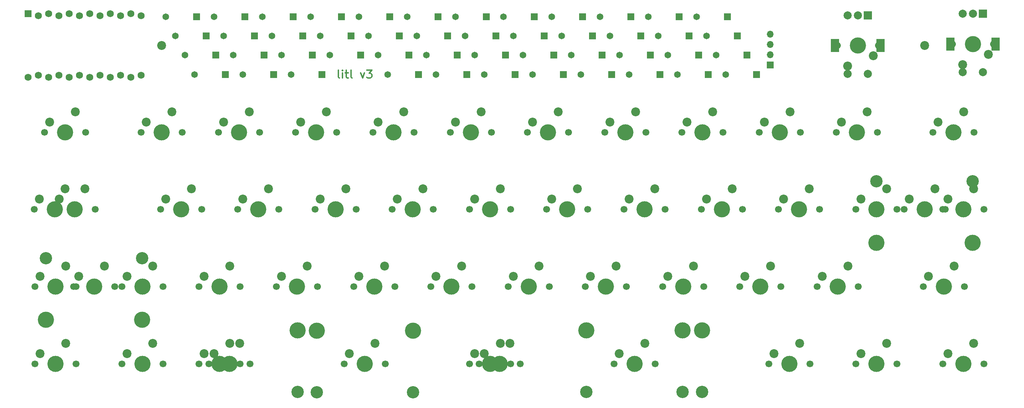
<source format=gts>
%TF.GenerationSoftware,KiCad,Pcbnew,(6.0.0-0)*%
%TF.CreationDate,2023-04-30T11:58:16+02:00*%
%TF.ProjectId,litl,6c69746c-2e6b-4696-9361-645f70636258,rev?*%
%TF.SameCoordinates,Original*%
%TF.FileFunction,Soldermask,Top*%
%TF.FilePolarity,Negative*%
%FSLAX46Y46*%
G04 Gerber Fmt 4.6, Leading zero omitted, Abs format (unit mm)*
G04 Created by KiCad (PCBNEW (6.0.0-0)) date 2023-04-30 11:58:16*
%MOMM*%
%LPD*%
G01*
G04 APERTURE LIST*
%ADD10C,0.300000*%
%ADD11C,2.200000*%
%ADD12C,1.700000*%
%ADD13C,4.000000*%
%ADD14C,1.651000*%
%ADD15R,1.651000X1.651000*%
%ADD16C,3.050000*%
%ADD17R,2.000000X3.200000*%
%ADD18R,2.000000X2.000000*%
%ADD19C,2.000000*%
%ADD20R,1.700000X1.700000*%
%ADD21O,1.700000X1.700000*%
%ADD22R,1.752600X1.752600*%
%ADD23C,1.752600*%
G04 APERTURE END LIST*
D10*
X106015476Y-43879761D02*
X105825000Y-43784523D01*
X105729761Y-43594047D01*
X105729761Y-41879761D01*
X106777380Y-43879761D02*
X106777380Y-42546428D01*
X106777380Y-41879761D02*
X106682142Y-41975000D01*
X106777380Y-42070238D01*
X106872619Y-41975000D01*
X106777380Y-41879761D01*
X106777380Y-42070238D01*
X107444047Y-42546428D02*
X108205952Y-42546428D01*
X107729761Y-41879761D02*
X107729761Y-43594047D01*
X107825000Y-43784523D01*
X108015476Y-43879761D01*
X108205952Y-43879761D01*
X109158333Y-43879761D02*
X108967857Y-43784523D01*
X108872619Y-43594047D01*
X108872619Y-41879761D01*
X111253571Y-42546428D02*
X111729761Y-43879761D01*
X112205952Y-42546428D01*
X112777380Y-41879761D02*
X114015476Y-41879761D01*
X113348809Y-42641666D01*
X113634523Y-42641666D01*
X113825000Y-42736904D01*
X113920238Y-42832142D01*
X114015476Y-43022619D01*
X114015476Y-43498809D01*
X113920238Y-43689285D01*
X113825000Y-43784523D01*
X113634523Y-43879761D01*
X113063095Y-43879761D01*
X112872619Y-43784523D01*
X112777380Y-43689285D01*
D11*
X250687500Y-35812500D03*
X62075000Y-35812500D03*
D12*
X110130000Y-76400000D03*
D13*
X105050000Y-76400000D03*
D12*
X99970000Y-76400000D03*
D11*
X107590000Y-71320000D03*
X101240000Y-73860000D03*
D12*
X100580000Y-95500000D03*
X90420000Y-95500000D03*
D13*
X95500000Y-95500000D03*
D11*
X98040000Y-90420000D03*
X91690000Y-92960000D03*
D14*
X103627500Y-38200000D03*
D15*
X111247500Y-38200000D03*
D12*
X52220000Y-95500000D03*
D13*
X57300000Y-95500000D03*
D12*
X62380000Y-95500000D03*
D11*
X59840000Y-90420000D03*
X53490000Y-92960000D03*
D13*
X57262500Y-103720000D03*
X45362500Y-95480000D03*
X33462500Y-103720000D03*
D12*
X50442500Y-95480000D03*
X40282500Y-95480000D03*
D16*
X33462500Y-88480000D03*
X57262500Y-88480000D03*
D11*
X47902500Y-90400000D03*
X41552500Y-92940000D03*
D14*
X125115000Y-33425000D03*
D15*
X132735000Y-33425000D03*
D14*
X134665000Y-28650000D03*
D15*
X142285000Y-28650000D03*
D12*
X255157500Y-76400000D03*
D13*
X260237500Y-76400000D03*
D12*
X265317500Y-76400000D03*
D11*
X262777500Y-71320000D03*
X256427500Y-73860000D03*
D14*
X67815000Y-38200000D03*
D15*
X75435000Y-38200000D03*
D12*
X185920000Y-95500000D03*
D13*
X191000000Y-95500000D03*
D12*
X196080000Y-95500000D03*
D11*
X193540000Y-90420000D03*
X187190000Y-92960000D03*
D13*
X138475000Y-57300000D03*
D12*
X143555000Y-57300000D03*
X133395000Y-57300000D03*
D11*
X141015000Y-52220000D03*
X134665000Y-54760000D03*
D12*
X212182500Y-114600000D03*
X222342500Y-114600000D03*
D13*
X217262500Y-114600000D03*
D11*
X219802500Y-109520000D03*
X213452500Y-112060000D03*
D14*
X101240000Y-33425000D03*
D15*
X108860000Y-33425000D03*
D14*
X63040000Y-28650000D03*
D15*
X70660000Y-28650000D03*
D12*
X124455000Y-57300000D03*
X114295000Y-57300000D03*
D13*
X119375000Y-57300000D03*
D11*
X121915000Y-52220000D03*
X115565000Y-54760000D03*
D14*
X172865000Y-33425000D03*
D15*
X180485000Y-33425000D03*
D12*
X166820000Y-95500000D03*
X176980000Y-95500000D03*
D13*
X171900000Y-95500000D03*
D11*
X174440000Y-90420000D03*
X168090000Y-92960000D03*
D14*
X77365000Y-33425000D03*
D15*
X84985000Y-33425000D03*
D14*
X115565000Y-38200000D03*
D15*
X123185000Y-38200000D03*
D13*
X133700000Y-95500000D03*
D12*
X138780000Y-95500000D03*
X128620000Y-95500000D03*
D11*
X136240000Y-90420000D03*
X129890000Y-92960000D03*
D16*
X238787500Y-69400000D03*
D13*
X238787500Y-84640000D03*
D12*
X245607500Y-76400000D03*
X255767500Y-76400000D03*
D13*
X262587500Y-84640000D03*
D16*
X262587500Y-69400000D03*
D13*
X250687500Y-76400000D03*
D11*
X253227500Y-71320000D03*
X246877500Y-73860000D03*
D14*
X165702500Y-42975000D03*
D15*
X173322500Y-42975000D03*
D13*
X167080000Y-106350000D03*
X190880000Y-106350000D03*
D16*
X167080000Y-121590000D03*
X190880000Y-121590000D03*
D13*
X178980000Y-114590000D03*
D12*
X173900000Y-114590000D03*
X184060000Y-114590000D03*
D11*
X181520000Y-109510000D03*
X175170000Y-112050000D03*
D12*
X148340000Y-114650000D03*
X138180000Y-114650000D03*
D13*
X143260000Y-114650000D03*
D11*
X145800000Y-109570000D03*
X139450000Y-112110000D03*
D14*
X79752500Y-38200000D03*
D15*
X87372500Y-38200000D03*
D12*
X30580000Y-76400000D03*
D13*
X35660000Y-76400000D03*
D12*
X40740000Y-76400000D03*
D11*
X38200000Y-71320000D03*
X31850000Y-73860000D03*
D13*
X176675000Y-57300000D03*
D12*
X181755000Y-57300000D03*
X171595000Y-57300000D03*
D11*
X179215000Y-52220000D03*
X172865000Y-54760000D03*
D12*
X252770000Y-57300000D03*
X262930000Y-57300000D03*
D13*
X257850000Y-57300000D03*
D11*
X260390000Y-52220000D03*
X254040000Y-54760000D03*
D14*
X201515000Y-42975000D03*
D15*
X209135000Y-42975000D03*
D14*
X86915000Y-28650000D03*
D15*
X94535000Y-28650000D03*
D12*
X71320000Y-95500000D03*
D13*
X76400000Y-95500000D03*
D12*
X81480000Y-95500000D03*
D11*
X78940000Y-90420000D03*
X72590000Y-92960000D03*
D14*
X196740000Y-33425000D03*
D15*
X204360000Y-33425000D03*
D12*
X119680000Y-95500000D03*
D13*
X114600000Y-95500000D03*
D12*
X109520000Y-95500000D03*
D11*
X117140000Y-90420000D03*
X110790000Y-92960000D03*
D13*
X38200000Y-57300000D03*
D12*
X33120000Y-57300000D03*
X43280000Y-57300000D03*
D11*
X40740000Y-52220000D03*
X34390000Y-54760000D03*
D13*
X81175000Y-57300000D03*
D12*
X86255000Y-57300000D03*
X76095000Y-57300000D03*
D11*
X83715000Y-52220000D03*
X77365000Y-54760000D03*
D14*
X127502500Y-38200000D03*
D15*
X135122500Y-38200000D03*
D14*
X187190000Y-38200000D03*
D15*
X194810000Y-38200000D03*
D14*
X158540000Y-28650000D03*
D15*
X166160000Y-28650000D03*
D13*
X57300000Y-114600000D03*
D12*
X52220000Y-114600000D03*
X62380000Y-114600000D03*
D11*
X59840000Y-109520000D03*
X53490000Y-112060000D03*
D12*
X257545000Y-35427000D03*
D13*
X262625000Y-35427000D03*
D12*
X267705000Y-35427000D03*
D11*
X260085000Y-40507000D03*
X266435000Y-37967000D03*
D17*
X228555400Y-35812500D03*
X239755400Y-35812500D03*
D18*
X236655400Y-28312500D03*
D19*
X231655400Y-28312500D03*
X234155400Y-28312500D03*
X231655400Y-42812500D03*
X236655400Y-42812500D03*
D13*
X214875000Y-57300000D03*
D12*
X219955000Y-57300000D03*
X209795000Y-57300000D03*
D11*
X217415000Y-52220000D03*
X211065000Y-54760000D03*
D14*
X94077500Y-42975000D03*
D15*
X101697500Y-42975000D03*
D14*
X148990000Y-33425000D03*
D15*
X156610000Y-33425000D03*
D14*
X160927500Y-33425000D03*
D15*
X168547500Y-33425000D03*
D12*
X195470000Y-76400000D03*
X205630000Y-76400000D03*
D13*
X200550000Y-76400000D03*
D11*
X203090000Y-71320000D03*
X196740000Y-73860000D03*
D13*
X181450000Y-76400000D03*
D12*
X176370000Y-76400000D03*
X186530000Y-76400000D03*
D11*
X183990000Y-71320000D03*
X177640000Y-73860000D03*
D12*
X239235400Y-35812500D03*
X229075400Y-35812500D03*
D13*
X234155400Y-35812500D03*
D11*
X231615400Y-40892500D03*
X237965400Y-38352500D03*
D14*
X194352500Y-28650000D03*
D15*
X201972500Y-28650000D03*
D14*
X117952500Y-42975000D03*
D15*
X125572500Y-42975000D03*
D14*
X163315000Y-38200000D03*
D15*
X170935000Y-38200000D03*
D13*
X124150000Y-76400000D03*
D12*
X129230000Y-76400000D03*
X119070000Y-76400000D03*
D11*
X126690000Y-71320000D03*
X120340000Y-73860000D03*
D12*
X80870000Y-76400000D03*
X91030000Y-76400000D03*
D13*
X85950000Y-76400000D03*
D11*
X88490000Y-71320000D03*
X82140000Y-73860000D03*
D14*
X199127500Y-38200000D03*
D15*
X206747500Y-38200000D03*
D17*
X257025000Y-35427000D03*
X268225000Y-35427000D03*
D18*
X265125000Y-27927000D03*
D19*
X260125000Y-27927000D03*
X262625000Y-27927000D03*
X260125000Y-42427000D03*
X265125000Y-42427000D03*
D12*
X105355000Y-57300000D03*
X95195000Y-57300000D03*
D13*
X100275000Y-57300000D03*
D11*
X102815000Y-52220000D03*
X96465000Y-54760000D03*
D14*
X98852500Y-28650000D03*
D15*
X106472500Y-28650000D03*
D12*
X138170000Y-76400000D03*
D13*
X143250000Y-76400000D03*
D12*
X148330000Y-76400000D03*
D11*
X145790000Y-71320000D03*
X139440000Y-73860000D03*
D12*
X265317500Y-114600000D03*
D13*
X260237500Y-114600000D03*
D12*
X255157500Y-114600000D03*
D11*
X262777500Y-109520000D03*
X256427500Y-112060000D03*
D14*
X110790000Y-28650000D03*
D15*
X118410000Y-28650000D03*
D12*
X162655000Y-57300000D03*
D13*
X157575000Y-57300000D03*
D12*
X152495000Y-57300000D03*
D11*
X160115000Y-52220000D03*
X153765000Y-54760000D03*
D14*
X137052500Y-33425000D03*
D15*
X144672500Y-33425000D03*
D12*
X167430000Y-76400000D03*
X157270000Y-76400000D03*
D13*
X162350000Y-76400000D03*
D11*
X164890000Y-71320000D03*
X158540000Y-73860000D03*
D12*
X200855000Y-57300000D03*
X190695000Y-57300000D03*
D13*
X195775000Y-57300000D03*
D11*
X198315000Y-52220000D03*
X191965000Y-54760000D03*
D12*
X30732500Y-114600000D03*
X40892500Y-114600000D03*
D13*
X35812500Y-114600000D03*
D11*
X38352500Y-109520000D03*
X32002500Y-112060000D03*
D13*
X229200000Y-95500000D03*
D12*
X224120000Y-95500000D03*
X234280000Y-95500000D03*
D11*
X231740000Y-90420000D03*
X225390000Y-92960000D03*
D13*
X145637500Y-114610000D03*
X195637500Y-106370000D03*
X95637500Y-106370000D03*
D16*
X95637500Y-121610000D03*
D12*
X150717500Y-114610000D03*
X140557500Y-114610000D03*
D16*
X195637500Y-121610000D03*
D11*
X148177500Y-109530000D03*
X141827500Y-112070000D03*
D14*
X153765000Y-42975000D03*
D15*
X161385000Y-42975000D03*
D14*
X65427500Y-33425000D03*
D15*
X73047500Y-33425000D03*
D14*
X177640000Y-42975000D03*
D15*
X185260000Y-42975000D03*
D12*
X224730000Y-76400000D03*
X214570000Y-76400000D03*
D13*
X219650000Y-76400000D03*
D11*
X222190000Y-71320000D03*
X215840000Y-73860000D03*
D20*
X212487500Y-40587500D03*
D21*
X212487500Y-38047500D03*
X212487500Y-35507500D03*
X212487500Y-32967500D03*
D12*
X233670000Y-114600000D03*
X243830000Y-114600000D03*
D13*
X238750000Y-114600000D03*
D11*
X241290000Y-109520000D03*
X234940000Y-112060000D03*
D13*
X78787500Y-114600000D03*
D12*
X83867500Y-114600000D03*
X73707500Y-114600000D03*
D11*
X81327500Y-109520000D03*
X74977500Y-112060000D03*
D14*
X184802500Y-33425000D03*
D15*
X192422500Y-33425000D03*
D12*
X81480000Y-114600000D03*
D13*
X76400000Y-114600000D03*
D12*
X71320000Y-114600000D03*
D11*
X78940000Y-109520000D03*
X72590000Y-112060000D03*
D12*
X205020000Y-95500000D03*
X215180000Y-95500000D03*
D13*
X210100000Y-95500000D03*
D11*
X212640000Y-90420000D03*
X206290000Y-92960000D03*
D13*
X100410000Y-106378000D03*
D12*
X107230000Y-114618000D03*
D13*
X124210000Y-106378000D03*
D16*
X100410000Y-121618000D03*
X124210000Y-121618000D03*
D13*
X112310000Y-114618000D03*
D12*
X117390000Y-114618000D03*
D11*
X114850000Y-109538000D03*
X108500000Y-112078000D03*
D14*
X70202500Y-42975000D03*
D15*
X77822500Y-42975000D03*
D14*
X129890000Y-42975000D03*
D15*
X137510000Y-42975000D03*
D12*
X56995000Y-57300000D03*
D13*
X62075000Y-57300000D03*
D12*
X67155000Y-57300000D03*
D11*
X64615000Y-52220000D03*
X58265000Y-54760000D03*
D14*
X74977500Y-28650000D03*
D15*
X82597500Y-28650000D03*
D14*
X113177500Y-33425000D03*
D15*
X120797500Y-33425000D03*
D14*
X82140000Y-42975000D03*
D15*
X89760000Y-42975000D03*
D13*
X255462500Y-95500000D03*
D12*
X250382500Y-95500000D03*
X260542500Y-95500000D03*
D11*
X258002500Y-90420000D03*
X251652500Y-92960000D03*
D12*
X147720000Y-95500000D03*
D13*
X152800000Y-95500000D03*
D12*
X157880000Y-95500000D03*
D11*
X155340000Y-90420000D03*
X148990000Y-92960000D03*
D14*
X170477500Y-28650000D03*
D15*
X178097500Y-28650000D03*
D14*
X141827500Y-42975000D03*
D15*
X149447500Y-42975000D03*
D14*
X151377500Y-38200000D03*
D15*
X158997500Y-38200000D03*
D14*
X91690000Y-38200000D03*
D15*
X99310000Y-38200000D03*
D13*
X35812500Y-95500000D03*
D12*
X40892500Y-95500000D03*
X30732500Y-95500000D03*
D11*
X38352500Y-90420000D03*
X32002500Y-92960000D03*
D14*
X139440000Y-38200000D03*
D15*
X147060000Y-38200000D03*
D12*
X228895000Y-57300000D03*
D13*
X233975000Y-57300000D03*
D12*
X239055000Y-57300000D03*
D11*
X236515000Y-52220000D03*
X230165000Y-54760000D03*
D14*
X89302500Y-33425000D03*
D15*
X96922500Y-33425000D03*
D14*
X182415000Y-28650000D03*
D15*
X190035000Y-28650000D03*
D13*
X66850000Y-76400000D03*
D12*
X71930000Y-76400000D03*
X61770000Y-76400000D03*
D11*
X69390000Y-71320000D03*
X63040000Y-73860000D03*
D14*
X122727500Y-28650000D03*
D15*
X130347500Y-28650000D03*
D14*
X146602500Y-28650000D03*
D15*
X154222500Y-28650000D03*
D14*
X175252500Y-38200000D03*
D15*
X182872500Y-38200000D03*
D14*
X189577500Y-42975000D03*
D15*
X197197500Y-42975000D03*
D12*
X35507500Y-76400000D03*
X45667500Y-76400000D03*
D13*
X40587500Y-76400000D03*
D11*
X43127500Y-71320000D03*
X36777500Y-73860000D03*
D12*
X243830000Y-76400000D03*
D13*
X238750000Y-76400000D03*
D12*
X233670000Y-76400000D03*
D11*
X241290000Y-71320000D03*
X234940000Y-73860000D03*
D22*
X29005000Y-27963900D03*
D23*
X31545000Y-28421100D03*
X34085000Y-27963900D03*
X36625000Y-28421100D03*
X39165000Y-27963900D03*
X41705000Y-28421100D03*
X44245000Y-27963900D03*
X46785000Y-28421100D03*
X49325000Y-27963900D03*
X51865000Y-28421100D03*
X54405000Y-27963900D03*
X56945000Y-28421100D03*
X56945000Y-43203900D03*
X54405000Y-43661100D03*
X51865000Y-43203900D03*
X49325000Y-43661100D03*
X46785000Y-43203900D03*
X44245000Y-43661100D03*
X41705000Y-43203900D03*
X39165000Y-43661100D03*
X36625000Y-43203900D03*
X34085000Y-43661100D03*
X31545000Y-43203900D03*
X29005000Y-43661100D03*
M02*

</source>
